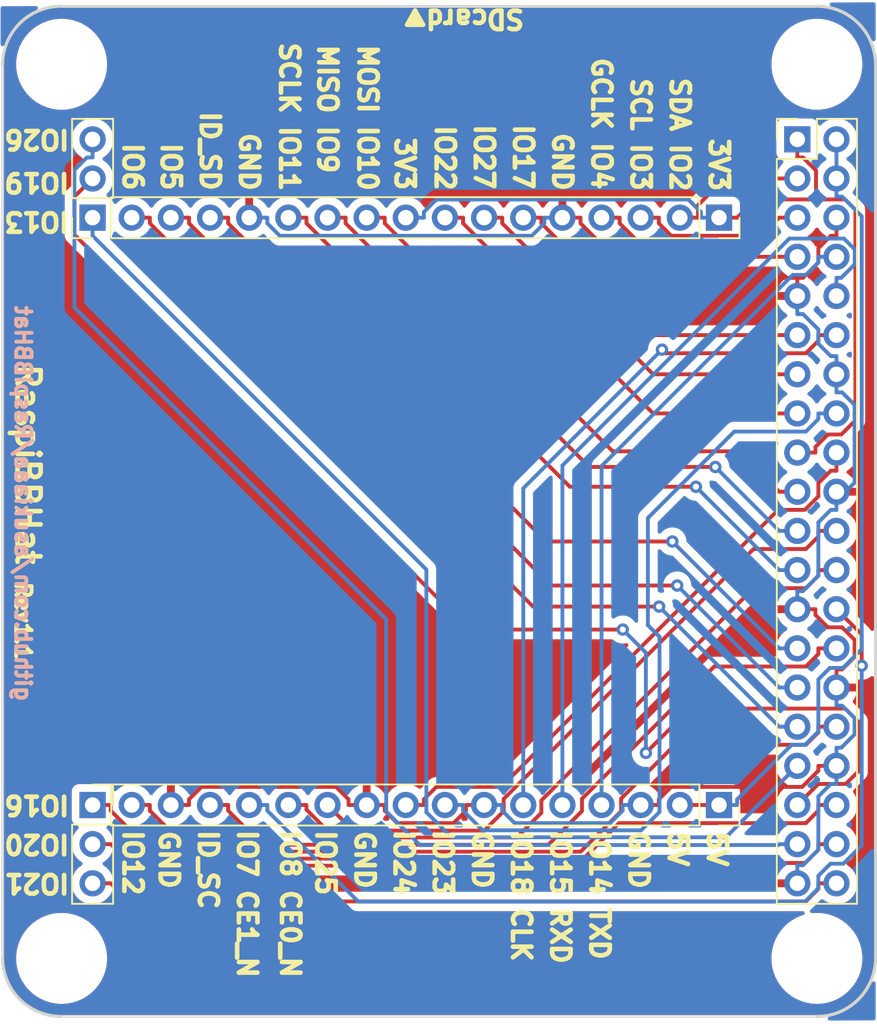
<source format=kicad_pcb>
(kicad_pcb (version 20221018) (generator pcbnew)
  (layers (0 "F.Cu" signal) (31 "B.Cu" signal) (34 "B.Paste" user) (35 "F.Paste" user) (36 "B.SilkS" user "B.Silkscreen") (37 "F.SilkS" user "F.Silkscreen") (38 "B.Mask" user) (39 "F.Mask" user) (44 "Edge.Cuts" user))
  (net 0 "")
  (net 1 "GPIO19")
  (net 2 "GPIO26")
  (net 3 "GND")
  (net 4 "+3V3")
  (net 5 "GPIO2(SDA1)")
  (net 6 "GPIO3(SCL1)")
  (net 7 "GPIO4(GCLK)")
  (net 8 "GPIO17(GEN0)")
  (net 9 "GPIO27(GEN2)")
  (net 10 "GPIO22(GEN3)")
  (net 11 "GPIO10(SPI_MOSI)")
  (net 12 "GPIO9(SPI_MISO)")
  (net 13 "GPIO11(SPI_SCLK)")
  (net 14 "ID_SD")
  (net 15 "GPIO5")
  (net 16 "GPIO6")
  (net 17 "GPIO13")
  (net 18 "GPIO21")
  (net 19 "GPIO20")
  (net 20 "GPIO16")
  (net 21 "GPIO12")
  (net 22 "ID_SC")
  (net 23 "GPIO7(SPI_CE1)")
  (net 24 "GPIO8(SPI_CE0)")
  (net 25 "GPIO25(GEN6)")
  (net 26 "GPIO24(GEN5)")
  (net 27 "GPIO23(GEN4)")
  (net 28 "GPIO18(GEN1)")
  (net 29 "GPIO15(RXD)")
  (net 30 "GPIO14(TXD)")
  (net 31 "+5C")
  (footprint "Connector_PinSocket_2.54mm:PinSocket_1x16_P2.54mm_Vertical" (layer "F.Cu") (at 118.745 81.28 -90)
    (fp_text reference "J2" hide)
    (fp_text value "Conn_01x16" hide)
    (fp_line (start -1.33 1.27) (end -1.33 39.43) (stroke (width 0.12)) (layer "F.SilkS"))
    (fp_line (start -1.33 1.27) (end 1.33 1.27) (stroke (width 0.12)) (layer "F.SilkS"))
    (fp_line (start -1.33 39.43) (end 1.33 39.43) (stroke (width 0.12)) (layer "F.SilkS"))
    (fp_line (start 0 -1.33) (end 1.33 -1.33) (stroke (width 0.12)) (layer "F.SilkS"))
    (fp_line (start 1.33 -1.33) (end 1.33 0) (stroke (width 0.12)) (layer "F.SilkS"))
    (fp_line (start 1.33 1.27) (end 1.33 39.43) (stroke (width 0.12)) (layer "F.SilkS"))
    (pad "1" thru_hole rect (at 0 0 270) (size 1.7 1.7) (drill 1) (layers "*.Cu" "*.Mask") (net 4 "+3V3"))
    (pad "2" thru_hole oval (at 0 2.54 270) (size 1.7 1.7) (drill 1) (layers "*.Cu" "*.Mask") (net 5 "GPIO2(SDA1)"))
    (pad "3" thru_hole oval (at 0 5.08 270) (size 1.7 1.7) (drill 1) (layers "*.Cu" "*.Mask") (net 6 "GPIO3(SCL1)"))
    (pad "4" thru_hole oval (at 0 7.62 270) (size 1.7 1.7) (drill 1) (layers "*.Cu" "*.Mask") (net 7 "GPIO4(GCLK)"))
    (pad "5" thru_hole oval (at 0 10.16 270) (size 1.7 1.7) (drill 1) (layers "*.Cu" "*.Mask") (net 3 "GND"))
    (pad "6" thru_hole oval (at 0 12.7 270) (size 1.7 1.7) (drill 1) (layers "*.Cu" "*.Mask") (net 8 "GPIO17(GEN0)"))
    (pad "7" thru_hole oval (at 0 15.24 270) (size 1.7 1.7) (drill 1) (layers "*.Cu" "*.Mask") (net 9 "GPIO27(GEN2)"))
    (pad "8" thru_hole oval (at 0 17.78 270) (size 1.7 1.7) (drill 1) (layers "*.Cu" "*.Mask") (net 10 "GPIO22(GEN3)"))
    (pad "9" thru_hole oval (at 0 20.32 270) (size 1.7 1.7) (drill 1) (layers "*.Cu" "*.Mask") (net 4 "+3V3"))
    (pad "10" thru_hole oval (at 0 22.86 270) (size 1.7 1.7) (drill 1) (layers "*.Cu" "*.Mask") (net 11 "GPIO10(SPI_MOSI)"))
    (pad "11" thru_hole oval (at 0 25.4 270) (size 1.7 1.7) (drill 1) (layers "*.Cu" "*.Mask") (net 12 "GPIO9(SPI_MISO)"))
    (pad "12" thru_hole oval (at 0 27.94 270) (size 1.7 1.7) (drill 1) (layers "*.Cu" "*.Mask") (net 13 "GPIO11(SPI_SCLK)"))
    (pad "13" thru_hole oval (at 0 30.48 270) (size 1.7 1.7) (drill 1) (layers "*.Cu" "*.Mask") (net 3 "GND"))
    (pad "14" thru_hole oval (at 0 33.02 270) (size 1.7 1.7) (drill 1) (layers "*.Cu" "*.Mask") (net 14 "ID_SD"))
    (pad "15" thru_hole oval (at 0 35.56 270) (size 1.7 1.7) (drill 1) (layers "*.Cu" "*.Mask") (net 15 "GPIO5"))
    (pad "16" thru_hole oval (at 0 38.1 270) (size 1.7 1.7) (drill 1) (layers "*.Cu" "*.Mask") (net 16 "GPIO6"))
  )
  (footprint "Connector_PinSocket_2.54mm:PinSocket_1x16_P2.54mm_Vertical" (layer "F.Cu") (at 118.745 119.38 -90)
    (fp_text reference "J4" hide)
    (fp_text value "Conn_01x16" hide)
    (fp_line (start -1.33 1.27) (end -1.33 39.43) (stroke (width 0.12)) (layer "F.SilkS"))
    (fp_line (start -1.33 1.27) (end 1.33 1.27) (stroke (width 0.12)) (layer "F.SilkS"))
    (fp_line (start -1.33 39.43) (end 1.33 39.43) (stroke (width 0.12)) (layer "F.SilkS"))
    (fp_line (start 0 -1.33) (end 1.33 -1.33) (stroke (width 0.12)) (layer "F.SilkS"))
    (fp_line (start 1.33 -1.33) (end 1.33 0) (stroke (width 0.12)) (layer "F.SilkS"))
    (fp_line (start 1.33 1.27) (end 1.33 39.43) (stroke (width 0.12)) (layer "F.SilkS"))
    (pad "1" thru_hole rect (at 0 0 270) (size 1.7 1.7) (drill 1) (layers "*.Cu" "*.Mask") (net 31 "+5C"))
    (pad "2" thru_hole oval (at 0 2.54 270) (size 1.7 1.7) (drill 1) (layers "*.Cu" "*.Mask") (net 31 "+5C"))
    (pad "3" thru_hole oval (at 0 5.08 270) (size 1.7 1.7) (drill 1) (layers "*.Cu" "*.Mask") (net 3 "GND"))
    (pad "4" thru_hole oval (at 0 7.62 270) (size 1.7 1.7) (drill 1) (layers "*.Cu" "*.Mask") (net 30 "GPIO14(TXD)"))
    (pad "5" thru_hole oval (at 0 10.16 270) (size 1.7 1.7) (drill 1) (layers "*.Cu" "*.Mask") (net 29 "GPIO15(RXD)"))
    (pad "6" thru_hole oval (at 0 12.7 270) (size 1.7 1.7) (drill 1) (layers "*.Cu" "*.Mask") (net 28 "GPIO18(GEN1)"))
    (pad "7" thru_hole oval (at 0 15.24 270) (size 1.7 1.7) (drill 1) (layers "*.Cu" "*.Mask") (net 3 "GND"))
    (pad "8" thru_hole oval (at 0 17.78 270) (size 1.7 1.7) (drill 1) (layers "*.Cu" "*.Mask") (net 27 "GPIO23(GEN4)"))
    (pad "9" thru_hole oval (at 0 20.32 270) (size 1.7 1.7) (drill 1) (layers "*.Cu" "*.Mask") (net 26 "GPIO24(GEN5)"))
    (pad "10" thru_hole oval (at 0 22.86 270) (size 1.7 1.7) (drill 1) (layers "*.Cu" "*.Mask") (net 3 "GND"))
    (pad "11" thru_hole oval (at 0 25.4 270) (size 1.7 1.7) (drill 1) (layers "*.Cu" "*.Mask") (net 25 "GPIO25(GEN6)"))
    (pad "12" thru_hole oval (at 0 27.94 270) (size 1.7 1.7) (drill 1) (layers "*.Cu" "*.Mask") (net 24 "GPIO8(SPI_CE0)"))
    (pad "13" thru_hole oval (at 0 30.48 270) (size 1.7 1.7) (drill 1) (layers "*.Cu" "*.Mask") (net 23 "GPIO7(SPI_CE1)"))
    (pad "14" thru_hole oval (at 0 33.02 270) (size 1.7 1.7) (drill 1) (layers "*.Cu" "*.Mask") (net 22 "ID_SC"))
    (pad "15" thru_hole oval (at 0 35.56 270) (size 1.7 1.7) (drill 1) (layers "*.Cu" "*.Mask") (net 3 "GND"))
    (pad "16" thru_hole oval (at 0 38.1 270) (size 1.7 1.7) (drill 1) (layers "*.Cu" "*.Mask") (net 21 "GPIO12"))
  )
  (footprint "Connector_PinSocket_2.54mm:PinSocket_1x03_P2.54mm_Vertical" (layer "F.Cu") (at 78.105 81.28 180)
    (fp_text reference "J1" hide)
    (fp_text value "Conn_01x03" hide)
    (fp_line (start -1.33 1.27) (end -1.33 6.41) (stroke (width 0.12)) (layer "F.SilkS"))
    (fp_line (start -1.33 1.27) (end 1.33 1.27) (stroke (width 0.12)) (layer "F.SilkS"))
    (fp_line (start -1.33 6.41) (end 1.33 6.41) (stroke (width 0.12)) (layer "F.SilkS"))
    (fp_line (start 0 -1.33) (end 1.33 -1.33) (stroke (width 0.12)) (layer "F.SilkS"))
    (fp_line (start 1.33 -1.33) (end 1.33 0) (stroke (width 0.12)) (layer "F.SilkS"))
    (fp_line (start 1.33 1.27) (end 1.33 6.41) (stroke (width 0.12)) (layer "F.SilkS"))
    (pad "1" thru_hole rect (at 0 0 180) (size 1.7 1.7) (drill 1) (layers "*.Cu" "*.Mask") (net 17 "GPIO13"))
    (pad "2" thru_hole oval (at 0 2.54 180) (size 1.7 1.7) (drill 1) (layers "*.Cu" "*.Mask") (net 1 "GPIO19"))
    (pad "3" thru_hole oval (at 0 5.08 180) (size 1.7 1.7) (drill 1) (layers "*.Cu" "*.Mask") (net 2 "GPIO26"))
  )
  (footprint "Connector_PinSocket_2.54mm:PinSocket_1x03_P2.54mm_Vertical" (layer "F.Cu") (at 78.105 119.38)
    (fp_text reference "J3" hide)
    (fp_text value "Conn_01x03" hide)
    (fp_line (start -1.33 1.27) (end -1.33 6.41) (stroke (width 0.12)) (layer "F.SilkS"))
    (fp_line (start -1.33 1.27) (end 1.33 1.27) (stroke (width 0.12)) (layer "F.SilkS"))
    (fp_line (start -1.33 6.41) (end 1.33 6.41) (stroke (width 0.12)) (layer "F.SilkS"))
    (fp_line (start 0 -1.33) (end 1.33 -1.33) (stroke (width 0.12)) (layer "F.SilkS"))
    (fp_line (start 1.33 -1.33) (end 1.33 0) (stroke (width 0.12)) (layer "F.SilkS"))
    (fp_line (start 1.33 1.27) (end 1.33 6.41) (stroke (width 0.12)) (layer "F.SilkS"))
    (pad "1" thru_hole rect (at 0 0) (size 1.7 1.7) (drill 1) (layers "*.Cu" "*.Mask") (net 20 "GPIO16"))
    (pad "2" thru_hole oval (at 0 2.54) (size 1.7 1.7) (drill 1) (layers "*.Cu" "*.Mask") (net 19 "GPIO20"))
    (pad "3" thru_hole oval (at 0 5.08) (size 1.7 1.7) (drill 1) (layers "*.Cu" "*.Mask") (net 18 "GPIO21"))
  )
  (footprint "Connector_PinHeader_2.54mm:PinHeader_2x20_P2.54mm_Vertical" (layer "F.Cu") (at 123.825 76.2)
    (fp_text reference "J5" hide)
    (fp_text value "Raspberry_Pi_2_3" hide)
    (fp_line (start -1.33 -1.33) (end 0 -1.33) (stroke (width 0.12)) (layer "F.SilkS"))
    (fp_line (start -1.33 0) (end -1.33 -1.33) (stroke (width 0.12)) (layer "F.SilkS"))
    (fp_line (start -1.33 1.27) (end -1.33 49.59) (stroke (width 0.12)) (layer "F.SilkS"))
    (fp_line (start -1.33 1.27) (end 1.27 1.27) (stroke (width 0.12)) (layer "F.SilkS"))
    (fp_line (start -1.33 49.59) (end 3.87 49.59) (stroke (width 0.12)) (layer "F.SilkS"))
    (fp_line (start 1.27 -1.33) (end 3.87 -1.33) (stroke (width 0.12)) (layer "F.SilkS"))
    (fp_line (start 1.27 1.27) (end 1.27 -1.33) (stroke (width 0.12)) (layer "F.SilkS"))
    (fp_line (start 3.87 -1.33) (end 3.87 49.59) (stroke (width 0.12)) (layer "F.SilkS"))
    (pad "1" thru_hole rect (at 0 0) (size 1.7 1.7) (drill 1) (layers "*.Cu" "*.Mask") (net 4 "+3V3"))
    (pad "2" thru_hole oval (at 2.54 0) (size 1.7 1.7) (drill 1) (layers "*.Cu" "*.Mask") (net 31 "+5C"))
    (pad "3" thru_hole oval (at 0 2.54) (size 1.7 1.7) (drill 1) (layers "*.Cu" "*.Mask") (net 5 "GPIO2(SDA1)"))
    (pad "4" thru_hole oval (at 2.54 2.54) (size 1.7 1.7) (drill 1) (layers "*.Cu" "*.Mask") (net 31 "+5C"))
    (pad "5" thru_hole oval (at 0 5.08) (size 1.7 1.7) (drill 1) (layers "*.Cu" "*.Mask") (net 6 "GPIO3(SCL1)"))
    (pad "6" thru_hole oval (at 2.54 5.08) (size 1.7 1.7) (drill 1) (layers "*.Cu" "*.Mask") (net 3 "GND"))
    (pad "7" thru_hole oval (at 0 7.62) (size 1.7 1.7) (drill 1) (layers "*.Cu" "*.Mask") (net 7 "GPIO4(GCLK)"))
    (pad "8" thru_hole oval (at 2.54 7.62) (size 1.7 1.7) (drill 1) (layers "*.Cu" "*.Mask") (net 30 "GPIO14(TXD)"))
    (pad "9" thru_hole oval (at 0 10.16) (size 1.7 1.7) (drill 1) (layers "*.Cu" "*.Mask") (net 3 "GND"))
    (pad "10" thru_hole oval (at 2.54 10.16) (size 1.7 1.7) (drill 1) (layers "*.Cu" "*.Mask") (net 29 "GPIO15(RXD)"))
    (pad "11" thru_hole oval (at 0 12.7) (size 1.7 1.7) (drill 1) (layers "*.Cu" "*.Mask") (net 8 "GPIO17(GEN0)"))
    (pad "12" thru_hole oval (at 2.54 12.7) (size 1.7 1.7) (drill 1) (layers "*.Cu" "*.Mask") (net 28 "GPIO18(GEN1)"))
    (pad "13" thru_hole oval (at 0 15.24) (size 1.7 1.7) (drill 1) (layers "*.Cu" "*.Mask") (net 9 "GPIO27(GEN2)"))
    (pad "14" thru_hole oval (at 2.54 15.24) (size 1.7 1.7) (drill 1) (layers "*.Cu" "*.Mask") (net 3 "GND"))
    (pad "15" thru_hole oval (at 0 17.78) (size 1.7 1.7) (drill 1) (layers "*.Cu" "*.Mask") (net 10 "GPIO22(GEN3)"))
    (pad "16" thru_hole oval (at 2.54 17.78) (size 1.7 1.7) (drill 1) (layers "*.Cu" "*.Mask") (net 27 "GPIO23(GEN4)"))
    (pad "17" thru_hole oval (at 0 20.32) (size 1.7 1.7) (drill 1) (layers "*.Cu" "*.Mask") (net 4 "+3V3"))
    (pad "18" thru_hole oval (at 2.54 20.32) (size 1.7 1.7) (drill 1) (layers "*.Cu" "*.Mask") (net 26 "GPIO24(GEN5)"))
    (pad "19" thru_hole oval (at 0 22.86) (size 1.7 1.7) (drill 1) (layers "*.Cu" "*.Mask") (net 11 "GPIO10(SPI_MOSI)"))
    (pad "20" thru_hole oval (at 2.54 22.86) (size 1.7 1.7) (drill 1) (layers "*.Cu" "*.Mask") (net 3 "GND"))
    (pad "21" thru_hole oval (at 0 25.4) (size 1.7 1.7) (drill 1) (layers "*.Cu" "*.Mask") (net 12 "GPIO9(SPI_MISO)"))
    (pad "22" thru_hole oval (at 2.54 25.4) (size 1.7 1.7) (drill 1) (layers "*.Cu" "*.Mask") (net 25 "GPIO25(GEN6)"))
    (pad "23" thru_hole oval (at 0 27.94) (size 1.7 1.7) (drill 1) (layers "*.Cu" "*.Mask") (net 13 "GPIO11(SPI_SCLK)"))
    (pad "24" thru_hole oval (at 2.54 27.94) (size 1.7 1.7) (drill 1) (layers "*.Cu" "*.Mask") (net 24 "GPIO8(SPI_CE0)"))
    (pad "25" thru_hole oval (at 0 30.48) (size 1.7 1.7) (drill 1) (layers "*.Cu" "*.Mask") (net 3 "GND"))
    (pad "26" thru_hole oval (at 2.54 30.48) (size 1.7 1.7) (drill 1) (layers "*.Cu" "*.Mask") (net 23 "GPIO7(SPI_CE1)"))
    (pad "27" thru_hole oval (at 0 33.02) (size 1.7 1.7) (drill 1) (layers "*.Cu" "*.Mask") (net 14 "ID_SD"))
    (pad "28" thru_hole oval (at 2.54 33.02) (size 1.7 1.7) (drill 1) (layers "*.Cu" "*.Mask") (net 22 "ID_SC"))
    (pad "29" thru_hole oval (at 0 35.56) (size 1.7 1.7) (drill 1) (layers "*.Cu" "*.Mask") (net 15 "GPIO5"))
    (pad "30" thru_hole oval (at 2.54 35.56) (size 1.7 1.7) (drill 1) (layers "*.Cu" "*.Mask") (net 3 "GND"))
    (pad "31" thru_hole oval (at 0 38.1) (size 1.7 1.7) (drill 1) (layers "*.Cu" "*.Mask") (net 16 "GPIO6"))
    (pad "32" thru_hole oval (at 2.54 38.1) (size 1.7 1.7) (drill 1) (layers "*.Cu" "*.Mask") (net 21 "GPIO12"))
    (pad "33" thru_hole oval (at 0 40.64) (size 1.7 1.7) (drill 1) (layers "*.Cu" "*.Mask") (net 17 "GPIO13"))
    (pad "34" thru_hole oval (at 2.54 40.64) (size 1.7 1.7) (drill 1) (layers "*.Cu" "*.Mask") (net 3 "GND"))
    (pad "35" thru_hole oval (at 0 43.18) (size 1.7 1.7) (drill 1) (layers "*.Cu" "*.Mask") (net 1 "GPIO19"))
    (pad "36" thru_hole oval (at 2.54 43.18) (size 1.7 1.7) (drill 1) (layers "*.Cu" "*.Mask") (net 20 "GPIO16"))
    (pad "37" thru_hole oval (at 0 45.72) (size 1.7 1.7) (drill 1) (layers "*.Cu" "*.Mask") (net 2 "GPIO26"))
    (pad "38" thru_hole oval (at 2.54 45.72) (size 1.7 1.7) (drill 1) (layers "*.Cu" "*.Mask") (net 19 "GPIO20"))
    (pad "39" thru_hole oval (at 0 48.26) (size 1.7 1.7) (drill 1) (layers "*.Cu" "*.Mask") (net 3 "GND"))
    (pad "40" thru_hole oval (at 2.54 48.26) (size 1.7 1.7) (drill 1) (layers "*.Cu" "*.Mask") (net 18 "GPIO21"))
  )
  (footprint "Footprints:LargeClearanceMountingHole_2.7mm" (layer "F.Cu") (at 125.095 71.33)
    (fp_text reference "REF2" hide)
    (fp_text value "MountingHole_2.7mm" hide)
    (pad "" np_thru_hole circle (at 0 0) (size 2.7 2.7) (drill 2.7) (layers "*.Cu" "*.Mask") (clearance 1.6))
  )
  (footprint "Footprints:LargeClearanceMountingHole_2.7mm" (layer "F.Cu") (at 76.095 71.33)
    (fp_text reference "REF1" hide)
    (fp_text value "MountingHole_2.7mm" hide)
    (pad "" np_thru_hole circle (at 0 0) (size 2.7 2.7) (drill 2.7) (layers "*.Cu" "*.Mask") (clearance 1.6))
  )
  (footprint "Footprints:LargeClearanceMountingHole_2.7mm" (layer "F.Cu") (at 76.095 129.33)
    (fp_text reference "REF4" hide)
    (fp_text value "MountingHole_2.7mm" hide)
    (pad "" np_thru_hole circle (at 0 0) (size 2.7 2.7) (drill 2.7) (layers "*.Cu" "*.Mask") (clearance 1.6))
  )
  (footprint "Footprints:LargeClearanceMountingHole_2.7mm" (layer "F.Cu") (at 125.095 129.33)
    (fp_text reference "REF3" hide)
    (fp_text value "MountingHole_2.7mm" hide)
    (pad "" np_thru_hole circle (at 0 0) (size 2.7 2.7) (drill 2.7) (layers "*.Cu" "*.Mask") (clearance 1.6))
  )
  (gr_line (start 76.073 133.096) (end 125.1585 133.096) (stroke (width 0.15)) (layer "Edge.Cuts"))
  (gr_arc (start 125.095 67.564) (mid 127.789077 68.679923) (end 128.905 71.374) (stroke (width 0.2)) (layer "Edge.Cuts"))
  (gr_arc (start 76.073 133.096) (mid 73.378923 131.980077) (end 72.263 129.286) (stroke (width 0.2)) (layer "Edge.Cuts"))
  (gr_line (start 128.905 71.374) (end 128.905 129.413) (stroke (width 0.2)) (layer "Edge.Cuts"))
  (gr_line (start 125.095 67.564) (end 76.1365 67.564) (stroke (width 0.15)) (layer "Edge.Cuts"))
  (gr_arc (start 72.263 71.374) (mid 73.378923 68.679923) (end 76.073 67.564) (stroke (width 0.2)) (layer "Edge.Cuts"))
  (gr_arc (start 128.905 129.286) (mid 127.789077 131.980077) (end 125.095 133.096) (stroke (width 0.2)) (layer "Edge.Cuts"))
  (gr_line (start 72.263 71.374) (end 72.263 129.3495) (stroke (width 0.15)) (layer "Edge.Cuts"))
  (gr_text "github.com/asukiaaa/RaspiBBHat\n" (at 73.5965 99.822 270) (layer "B.SilkS") (effects (font (size 1 1) (thickness 0.25)) (justify mirror)))
  (gr_text "SDA IO2" (at 116.205 75.8825 270) (layer "F.SilkS") (effects (font (size 1.2 1.2) (thickness 0.3))))
  (gr_text "IO19" (at 74.4855 78.994 180) (layer "F.SilkS") (effects (font (size 1.2 1.2) (thickness 0.3))))
  (gr_text "IO13" (at 74.4855 81.534 180) (layer "F.SilkS") (effects (font (size 1.2 1.2) (thickness 0.3))))
  (gr_text "IO27" (at 103.505 77.343 270) (layer "F.SilkS") (effects (font (size 1.2 1.2) (thickness 0.3))))
  (gr_text "IO17" (at 106.045 77.343 270) (layer "F.SilkS") (effects (font (size 1.2 1.2) (thickness 0.3))))
  (gr_text "GND" (at 108.585 77.6605 270) (layer "F.SilkS") (effects (font (size 1.2 1.2) (thickness 0.3))))
  (gr_text "IO22" (at 100.965 77.4065 270) (layer "F.SilkS") (effects (font (size 1.2 1.2) (thickness 0.3))))
  (gr_text "GND" (at 88.265 77.6605 270) (layer "F.SilkS") (effects (font (size 1.2 1.2) (thickness 0.3))))
  (gr_text "IO5" (at 83.185 77.978 270) (layer "F.SilkS") (effects (font (size 1.2 1.2) (thickness 0.3))))
  (gr_text "IO6" (at 80.7085 77.978 270) (layer "F.SilkS") (effects (font (size 1.2 1.2) (thickness 0.3))))
  (gr_text "MISO IO9" (at 93.345 74.2315 270) (layer "F.SilkS") (effects (font (size 1.2 1.2) (thickness 0.3))))
  (gr_text "MOSI IO10" (at 95.9485 74.803 270) (layer "F.SilkS") (effects (font (size 1.2 1.2) (thickness 0.3))))
  (gr_text "3V3" (at 98.3615 77.7875 270) (layer "F.SilkS") (effects (font (size 1.2 1.2) (thickness 0.3))))
  (gr_text "ID_SD" (at 85.725 76.962 270) (layer "F.SilkS") (effects (font (size 1.2 1.2) (thickness 0.3))))
  (gr_text "SCLK IO11" (at 90.8685 74.7395 270) (layer "F.SilkS") (effects (font (size 1.2 1.2) (thickness 0.3))))
  (gr_text "IO21" (at 74.4855 124.46 180) (layer "F.SilkS") (effects (font (size 1.2 1.2) (thickness 0.3))))
  (gr_text "IO20" (at 74.4855 121.92 180) (layer "F.SilkS") (effects (font (size 1.2 1.2) (thickness 0.3))))
  (gr_text "IO26" (at 74.4855 76.2 180) (layer "F.SilkS") (effects (font (size 1.2 1.2) (thickness 0.3))))
  (gr_text "IO16" (at 74.4855 119.38 180) (layer "F.SilkS") (effects (font (size 1.2 1.2) (thickness 0.3))))
  (gr_text "IO25" (at 93.218 123.1265 270) (layer "F.SilkS") (effects (font (size 1.2 1.2) (thickness 0.3))))
  (gr_text "ID_SC" (at 85.598 123.571 270) (layer "F.SilkS") (effects (font (size 1.2 1.2) (thickness 0.3))))
  (gr_text "IO8 CE0_N" (at 90.932 125.7935 270) (layer "F.SilkS") (effects (font (size 1.2 1.2) (thickness 0.3))))
  (gr_text "GND" (at 113.538 122.936 270) (layer "F.SilkS") (effects (font (size 1.2 1.2) (thickness 0.3))))
  (gr_text "GND" (at 103.378 122.936 270) (layer "F.SilkS") (effects (font (size 1.2 1.2) (thickness 0.3))))
  (gr_text "IO7 CE1_N" (at 88.138 125.7935 270) (layer "F.SilkS") (effects (font (size 1.2 1.2) (thickness 0.3))))
  (gr_text "IO23" (at 100.838 123.1265 270) (layer "F.SilkS") (effects (font (size 1.2 1.2) (thickness 0.3))))
  (gr_text "IO14 TXD" (at 110.998 125.222 270) (layer "F.SilkS") (effects (font (size 1.2 1.2) (thickness 0.3))))
  (gr_text "GND" (at 83.058 122.936 270) (layer "F.SilkS") (effects (font (size 1.2 1.2) (thickness 0.3))))
  (gr_text "5V" (at 116.078 122.2375 270) (layer "F.SilkS") (effects (font (size 1.2 1.2) (thickness 0.3))))
  (gr_text "5V" (at 118.618 122.2375 270) (layer "F.SilkS") (effects (font (size 1.2 1.2) (thickness 0.3))))
  (gr_text "IO24" (at 98.298 123.1265 270) (layer "F.SilkS") (effects (font (size 1.2 1.2) (thickness 0.3))))
  (gr_text "GND" (at 95.758 122.936 270) (layer "F.SilkS") (effects (font (size 1.2 1.2) (thickness 0.3))))
  (gr_text "IO12" (at 80.7085 123.1265 270) (layer "F.SilkS") (effects (font (size 1.2 1.2) (thickness 0.3))))
  (gr_text "IO18 CLK" (at 105.918 125.2855 270) (layer "F.SilkS") (effects (font (size 1.2 1.2) (thickness 0.3))))
  (gr_text "IO15 RXD" (at 108.458 125.349 270) (layer "F.SilkS") (effects (font (size 1.2 1.2) (thickness 0.3))))
  (gr_text "SDcard▼" (at 102.1715 68.3895 180) (layer "F.SilkS") (effects (font (size 1.2 1.2) (thickness 0.3))))
  (gr_text "SCL IO3" (at 113.665 75.8825 270) (layer "F.SilkS") (effects (font (size 1.2 1.2) (thickness 0.3))))
  (gr_text "GCLK IO4" (at 111.125 75.184 270) (layer "F.SilkS") (effects (font (size 1.2 1.2) (thickness 0.3))))
  (gr_text "RaspiBBHat" (at 73.914 97.282 270) (layer "F.SilkS") (effects (font (size 1.5 1.5) (thickness 0.3))))
  (gr_text "3V3" (at 118.745 77.851 270) (layer "F.SilkS") (effects (font (size 1.2 1.2) (thickness 0.3))))
  (gr_text "Rev1.1" (at 73.5965 107.442 270) (layer "F.SilkS") (effects (font (size 1 1) (thickness 0.25))))
  (segment (start 127.762 117.221) (end 127.762 113.957998) (width 0.25) (layer "F.Cu") (net 1))
  (segment (start 127.762 113.957998) (end 126.929001 113.124999) (width 0.25) (layer "F.Cu") (net 1))
  (segment (start 112.5 108) (end 102.539998 108) (width 0.25) (layer "F.Cu") (net 1))
  (segment (start 76.929999 82.390001) (end 76.929999 79.915001) (width 0.25) (layer "F.Cu") (net 1))
  (segment (start 76.929999 79.915001) (end 77.255001 79.589999) (width 0.25) (layer "F.Cu") (net 1))
  (segment (start 125.189999 118.015001) (end 126.967999 118.015001) (width 0.25) (layer "F.Cu") (net 1))
  (segment (start 123.825 119.38) (end 125.189999 118.015001) (width 0.25) (layer "F.Cu") (net 1))
  (segment (start 102.539998 108) (end 76.929999 82.390001) (width 0.25) (layer "F.Cu") (net 1))
  (segment (start 126.929001 113.124999) (end 116.875001 113.124999) (width 0.25) (layer "F.Cu") (net 1))
  (segment (start 116.875001 113.124999) (end 114 116) (width 0.25) (layer "F.Cu") (net 1))
  (segment (start 126.967999 118.015001) (end 127.762 117.221) (width 0.25) (layer "F.Cu") (net 1))
  (segment (start 77.255001 79.589999) (end 78.105 78.74) (width 0.25) (layer "F.Cu") (net 1))
  (via (at 114 116) (size 0.8) (drill 0.4) (layers "F.Cu" "B.Cu") (net 1))
  (via (at 112.5 108) (size 0.8) (drill 0.4) (layers "F.Cu" "B.Cu") (net 1))
  (segment (start 114 109.5) (end 112.5 108) (width 0.25) (layer "B.Cu") (net 1))
  (segment (start 114 116) (end 114 109.5) (width 0.25) (layer "B.Cu") (net 1))
  (segment (start 97.155 107.3398) (end 97.155 119.7969) (width 0.25) (layer "B.Cu") (net 2))
  (segment (start 123.825 121.92) (end 122.6497 121.92) (width 0.25) (layer "B.Cu") (net 2))
  (segment (start 99.3348 121.9767) (end 122.593 121.9767) (width 0.25) (layer "B.Cu") (net 2))
  (segment (start 77.7376 77.3753) (end 76.9267 78.1862) (width 0.25) (layer "B.Cu") (net 2))
  (segment (start 97.155 119.7969) (end 99.3348 121.9767) (width 0.25) (layer "B.Cu") (net 2))
  (segment (start 76.9267 87.1115) (end 97.155 107.3398) (width 0.25) (layer "B.Cu") (net 2))
  (segment (start 78.105 77.3753) (end 77.7376 77.3753) (width 0.25) (layer "B.Cu") (net 2))
  (segment (start 78.105 76.2) (end 78.105 77.3753) (width 0.25) (layer "B.Cu") (net 2))
  (segment (start 122.593 121.9767) (end 122.6497 121.92) (width 0.25) (layer "B.Cu") (net 2))
  (segment (start 76.9267 78.1862) (end 76.9267 87.1115) (width 0.25) (layer "B.Cu") (net 2))
  (segment (start 124.1385 118.2047) (end 125.1897 117.1535) (width 0.25) (layer "F.Cu") (net 3))
  (segment (start 102.3297 119.7473) (end 101.5217 120.5553) (width 0.25) (layer "F.Cu") (net 3))
  (segment (start 126.365 110.5847) (end 126.7324 110.5847) (width 0.25) (layer "F.Cu") (net 3))
  (segment (start 102.3297 119.38) (end 102.3297 119.7473) (width 0.25) (layer "F.Cu") (net 3))
  (segment (start 126.728 107.8553) (end 125.8082 107.8553) (width 0.25) (layer "F.Cu") (net 3))
  (segment (start 95.885 119.38) (end 97.0603 119.38) (width 0.25) (layer "F.Cu") (net 3))
  (segment (start 83.185 119.38) (end 84.3603 119.38) (width 0.25) (layer "F.Cu") (net 3))
  (segment (start 125.1897 117.1535) (end 125.1897 116.84) (width 0.25) (layer "F.Cu") (net 3))
  (segment (start 125.9976 82.4553) (end 126.365 82.4553) (width 0.25) (layer "F.Cu") (net 3))
  (segment (start 113.665 119.38) (end 114.8403 119.38) (width 0.25) (layer "F.Cu") (net 3))
  (segment (start 115.6482 118.2047) (end 124.1385 118.2047) (width 0.25) (layer "F.Cu") (net 3))
  (segment (start 85.1683 118.2047) (end 93.9018 118.2047) (width 0.25) (layer "F.Cu") (net 3))
  (segment (start 123.825 106.68) (end 125.0003 106.68) (width 0.25) (layer "F.Cu") (net 3))
  (segment (start 124.1924 85.1847) (end 125.1897 84.1874) (width 0.25) (layer "F.Cu") (net 3))
  (segment (start 97.8682 120.5553) (end 97.0603 119.7474) (width 0.25) (layer "F.Cu") (net 3))
  (segment (start 125.8082 107.8553) (end 125.0003 107.0474) (width 0.25) (layer "F.Cu") (net 3))
  (segment (start 103.505 119.38) (end 102.3297 119.38) (width 0.25) (layer "F.Cu") (net 3))
  (segment (start 94.7097 119.0126) (end 94.7097 119.38) (width 0.25) (layer "F.Cu") (net 3))
  (segment (start 125.1897 83.2632) (end 125.9976 82.4553) (width 0.25) (layer "F.Cu") (net 3))
  (segment (start 127.5403 109.7768) (end 127.5403 108.6676) (width 0.25) (layer "F.Cu") (net 3))
  (segment (start 126.365 111.76) (end 126.365 110.5847) (width 0.25) (layer "F.Cu") (net 3))
  (segment (start 125.0003 107.0474) (end 125.0003 106.68) (width 0.25) (layer "F.Cu") (net 3))
  (segment (start 97.0603 119.7474) (end 97.0603 119.38) (width 0.25) (layer "F.Cu") (net 3))
  (segment (start 127.5403 108.6676) (end 126.728 107.8553) (width 0.25) (layer "F.Cu") (net 3))
  (segment (start 93.9018 118.2047) (end 94.7097 119.0126) (width 0.25) (layer "F.Cu") (net 3))
  (segment (start 84.3603 119.0127) (end 85.1683 118.2047) (width 0.25) (layer "F.Cu") (net 3))
  (segment (start 101.5217 120.5553) (end 97.8682 120.5553) (width 0.25) (layer "F.Cu") (net 3))
  (segment (start 126.7324 110.5847) (end 127.5403 109.7768) (width 0.25) (layer "F.Cu") (net 3))
  (segment (start 84.3603 119.38) (end 84.3603 119.0127) (width 0.25) (layer "F.Cu") (net 3))
  (segment (start 109.7603 81.6473) (end 113.2977 85.1847) (width 0.25) (layer "F.Cu") (net 3))
  (segment (start 114.8403 119.0126) (end 115.6482 118.2047) (width 0.25) (layer "F.Cu") (net 3))
  (segment (start 123.825 86.36) (end 123.825 85.1847) (width 0.25) (layer "F.Cu") (net 3))
  (segment (start 125.1897 84.1874) (end 125.1897 83.2632) (width 0.25) (layer "F.Cu") (net 3))
  (segment (start 95.885 119.38) (end 94.7097 119.38) (width 0.25) (layer "F.Cu") (net 3))
  (segment (start 126.365 81.28) (end 126.365 82.4553) (width 0.25) (layer "F.Cu") (net 3))
  (segment (start 123.825 85.1847) (end 124.1924 85.1847) (width 0.25) (layer "F.Cu") (net 3))
  (segment (start 109.7603 81.28) (end 109.7603 81.6473) (width 0.25) (layer "F.Cu") (net 3))
  (segment (start 108.585 81.28) (end 109.7603 81.28) (width 0.25) (layer "F.Cu") (net 3))
  (segment (start 114.8403 119.38) (end 114.8403 119.0126) (width 0.25) (layer "F.Cu") (net 3))
  (segment (start 113.2977 85.1847) (end 123.825 85.1847) (width 0.25) (layer "F.Cu") (net 3))
  (segment (start 126.365 116.84) (end 125.1897 116.84) (width 0.25) (layer "F.Cu") (net 3))
  (segment (start 108.585 81.28) (end 107.4097 81.28) (width 0.25) (layer "B.Cu") (net 3))
  (segment (start 127.5403 114.7992) (end 127.5403 113.7432) (width 0.25) (layer "B.Cu") (net 3))
  (segment (start 124.1924 87.5353) (end 125.1897 88.5326) (width 0.25) (layer "B.Cu") (net 3))
  (segment (start 125.9976 118.0153) (end 126.365 118.0153) (width 0.25) (layer "B.Cu") (net 3))
  (segment (start 126.365 115.6647) (end 126.6748 115.6647) (width 0.25) (layer "B.Cu") (net 3))
  (segment (start 125.1897 101.0432) (end 125.9976 100.2353) (width 0.25) (layer "B.Cu") (net 3))
  (segment (start 112.4897 119.7473) (end 111.6817 120.5553) (width 0.25) (layer "B.Cu") (net 3))
  (segment (start 126.365 99.6476) (end 127.5403 98.4723) (width 0.25) (layer "B.Cu") (net 3))
  (segment (start 126.365 116.84) (end 126.365 115.6647) (width 0.25) (layer "B.Cu") (net 3))
  (segment (start 125.1897 88.5326) (end 125.1897 89.4568) (width 0.25) (layer "B.Cu") (net 3))
  (segment (start 126.7324 112.9353) (end 126.365 112.9353) (width 0.25) (layer "B.Cu") (net 3))
  (segment (start 126.365 99.6476) (end 126.365 100.2353) (width 0.25) (layer "B.Cu") (net 3))
  (segment (start 107.4097 81.28) (end 107.4097 81.6473) (width 0.25) (layer "B.Cu") (net 3))
  (segment (start 123.825 123.2847) (end 124.1924 123.2847) (width 0.25) (layer "B.Cu") (net 3))
  (segment (start 125.1897 122.2874) (end 125.1897 118.8232) (width 0.25) (layer "B.Cu") (net 3))
  (segment (start 126.6748 115.6647) (end 127.5403 114.7992) (width 0.25) (layer "B.Cu") (net 3))
  (segment (start 103.505 119.38) (end 104.6803 119.38) (width 0.25) (layer "B.Cu") (net 3))
  (segment (start 123.825 106.68) (end 123.825 105.5047) (width 0.25) (layer "B.Cu") (net 3))
  (segment (start 126.365 91.44) (end 126.365 90.2647) (width 0.25) (layer "B.Cu") (net 3))
  (segment (start 125.1897 89.4568) (end 125.9976 90.2647) (width 0.25) (layer "B.Cu") (net 3))
  (segment (start 88.265 81.28) (end 89.4403 81.28) (width 0.25) (layer "B.Cu") (net 3))
  (segment (start 125.9976 90.2647) (end 126.365 90.2647) (width 0.25) (layer "B.Cu") (net 3))
  (segment (start 106.6017 82.4553) (end 90.2482 82.4553) (width 0.25) (layer "B.Cu") (net 3))
  (segment (start 127.5403 98.4723) (end 127.5403 93.4232) (width 0.25) (layer "B.Cu") (net 3))
  (segment (start 104.6803 119.7474) (end 104.6803 119.38) (width 0.25) (layer "B.Cu") (net 3))
  (segment (start 126.365 99.06) (end 126.365 99.6476) (width 0.25) (layer "B.Cu") (net 3))
  (segment (start 126.365 91.44) (end 126.365 92.6153) (width 0.25) (layer "B.Cu") (net 3))
  (segment (start 125.1897 118.8232) (end 125.9976 118.0153) (width 0.25) (layer "B.Cu") (net 3))
  (segment (start 123.825 86.36) (end 123.825 87.5353) (width 0.25) (layer "B.Cu") (net 3))
  (segment (start 123.825 124.46) (end 123.825 123.2847) (width 0.25) (layer "B.Cu") (net 3))
  (segment (start 89.4403 81.6474) (end 89.4403 81.28) (width 0.25) (layer "B.Cu") (net 3))
  (segment (start 123.825 87.5353) (end 124.1924 87.5353) (width 0.25) (layer "B.Cu") (net 3))
  (segment (start 124.1924 105.5047) (end 125.1897 104.5074) (width 0.25) (layer "B.Cu") (net 3))
  (segment (start 126.365 117.1338) (end 126.365 116.84) (width 0.25) (layer "B.Cu") (net 3))
  (segment (start 126.365 117.1338) (end 126.365 118.0153) (width 0.25) (layer "B.Cu") (net 3))
  (segment (start 112.4897 119.38) (end 112.4897 119.7473) (width 0.25) (layer "B.Cu") (net 3))
  (segment (start 125.9976 100.2353) (end 126.365 100.2353) (width 0.25) (layer "B.Cu") (net 3))
  (segment (start 107.4097 81.6473) (end 106.6017 82.4553) (width 0.25) (layer "B.Cu") (net 3))
  (segment (start 113.665 119.38) (end 112.4897 119.38) (width 0.25) (layer "B.Cu") (net 3))
  (segment (start 126.7324 92.6153) (end 126.365 92.6153) (width 0.25) (layer "B.Cu") (net 3))
  (segment (start 125.1897 104.5074) (end 125.1897 101.0432) (width 0.25) (layer "B.Cu") (net 3))
  (segment (start 111.6817 120.5553) (end 105.4882 120.5553) (width 0.25) (layer "B.Cu") (net 3))
  (segment (start 105.4882 120.5553) (end 104.6803 119.7474) (width 0.25) (layer "B.Cu") (net 3))
  (segment (start 127.5403 93.4232) (end 126.7324 92.6153) (width 0.25) (layer "B.Cu") (net 3))
  (segment (start 123.825 105.5047) (end 124.1924 105.5047) (width 0.25) (layer "B.Cu") (net 3))
  (segment (start 124.1924 123.2847) (end 125.1897 122.2874) (width 0.25) (layer "B.Cu") (net 3))
  (segment (start 127.5403 113.7432) (end 126.7324 112.9353) (width 0.25) (layer "B.Cu") (net 3))
  (segment (start 90.2482 82.4553) (end 89.4403 81.6474) (width 0.25) (layer "B.Cu") (net 3))
  (segment (start 126.365 111.76) (end 126.365 112.9353) (width 0.25) (layer "B.Cu") (net 3))
  (segment (start 124.1923 77.3753) (end 123.825 77.3753) (width 0.25) (layer "F.Cu") (net 4))
  (segment (start 126.9231 80.0982) (end 127.5926 80.7677) (width 0.25) (layer "F.Cu") (net 4))
  (segment (start 125.0386 78.2216) (end 124.1923 77.3753) (width 0.25) (layer "F.Cu") (net 4))
  (segment (start 121.1021 80.0982) (end 125.0386 80.0982) (width 0.25) (layer "F.Cu") (net 4))
  (segment (start 126.6804 95.3447) (end 125.8082 95.3447) (width 0.25) (layer "F.Cu") (net 4))
  (segment (start 125.0386 80.0982) (end 125.0386 78.2216) (width 0.25) (layer "F.Cu") (net 4))
  (segment (start 127.5926 80.7677) (end 127.5926 94.4325) (width 0.25) (layer "F.Cu") (net 4))
  (segment (start 127.5926 94.4325) (end 126.6804 95.3447) (width 0.25) (layer "F.Cu") (net 4))
  (segment (start 118.745 81.28) (end 119.9203 81.28) (width 0.25) (layer "F.Cu") (net 4))
  (segment (start 123.825 96.52) (end 125.0003 96.52) (width 0.25) (layer "F.Cu") (net 4))
  (segment (start 125.0003 96.1526) (end 125.0003 96.52) (width 0.25) (layer "F.Cu") (net 4))
  (segment (start 123.825 76.2) (end 123.825 77.3753) (width 0.25) (layer "F.Cu") (net 4))
  (segment (start 119.9203 81.28) (end 121.1021 80.0982) (width 0.25) (layer "F.Cu") (net 4))
  (segment (start 125.0386 80.0982) (end 126.9231 80.0982) (width 0.25) (layer "F.Cu") (net 4))
  (segment (start 125.8082 95.3447) (end 125.0003 96.1526) (width 0.25) (layer "F.Cu") (net 4))
  (segment (start 116.7618 80.1047) (end 117.5697 80.9126) (width 0.25) (layer "B.Cu") (net 4))
  (segment (start 118.745 81.28) (end 117.5697 81.28) (width 0.25) (layer "B.Cu") (net 4))
  (segment (start 99.6003 81.28) (end 99.6003 80.9127) (width 0.25) (layer "B.Cu") (net 4))
  (segment (start 117.5697 80.9126) (end 117.5697 81.28) (width 0.25) (layer "B.Cu") (net 4))
  (segment (start 98.425 81.28) (end 99.6003 81.28) (width 0.25) (layer "B.Cu") (net 4))
  (segment (start 99.6003 80.9127) (end 100.4083 80.1047) (width 0.25) (layer "B.Cu") (net 4))
  (segment (start 100.4083 80.1047) (end 116.7618 80.1047) (width 0.25) (layer "B.Cu") (net 4))
  (segment (start 117.3803 81.28) (end 117.3803 80.472) (width 0.25) (layer "F.Cu") (net 5))
  (segment (start 119.1123 78.74) (end 123.825 78.74) (width 0.25) (layer "F.Cu") (net 5))
  (segment (start 116.205 81.28) (end 117.3803 81.28) (width 0.25) (layer "F.Cu") (net 5))
  (segment (start 117.3803 80.472) (end 119.1123 78.74) (width 0.25) (layer "F.Cu") (net 5))
  (segment (start 114.8403 81.28) (end 114.8403 81.6473) (width 0.25) (layer "F.Cu") (net 6))
  (segment (start 113.665 81.28) (end 114.8403 81.28) (width 0.25) (layer "F.Cu") (net 6))
  (segment (start 115.6483 82.4553) (end 121.4744 82.4553) (width 0.25) (layer "F.Cu") (net 6))
  (segment (start 114.8403 81.6473) (end 115.6483 82.4553) (width 0.25) (layer "F.Cu") (net 6))
  (segment (start 123.825 81.28) (end 122.6497 81.28) (width 0.25) (layer "F.Cu") (net 6))
  (segment (start 121.4744 82.4553) (end 122.6497 81.28) (width 0.25) (layer "F.Cu") (net 6))
  (segment (start 112.3003 81.6473) (end 112.3003 81.28) (width 0.25) (layer "F.Cu") (net 7))
  (segment (start 123.825 83.82) (end 114.473 83.82) (width 0.25) (layer "F.Cu") (net 7))
  (segment (start 114.473 83.82) (end 112.3003 81.6473) (width 0.25) (layer "F.Cu") (net 7))
  (segment (start 111.125 81.28) (end 112.3003 81.28) (width 0.25) (layer "F.Cu") (net 7))
  (segment (start 114.473 88.9) (end 123.825 88.9) (width 0.25) (layer "F.Cu") (net 8))
  (segment (start 106.045 81.28) (end 107.2203 81.28) (width 0.25) (layer "F.Cu") (net 8))
  (segment (start 107.2203 81.6473) (end 114.473 88.9) (width 0.25) (layer "F.Cu") (net 8))
  (segment (start 107.2203 81.28) (end 107.2203 81.6473) (width 0.25) (layer "F.Cu") (net 8))
  (segment (start 103.505 81.28) (end 104.6803 81.28) (width 0.25) (layer "F.Cu") (net 9))
  (segment (start 104.6803 81.28) (end 104.6803 81.6473) (width 0.25) (layer "F.Cu") (net 9))
  (segment (start 114.473 91.44) (end 123.825 91.44) (width 0.25) (layer "F.Cu") (net 9))
  (segment (start 104.6803 81.6473) (end 114.473 91.44) (width 0.25) (layer "F.Cu") (net 9))
  (segment (start 100.965 81.28) (end 102.1403 81.28) (width 0.25) (layer "F.Cu") (net 10))
  (segment (start 102.1403 81.6473) (end 114.473 93.98) (width 0.25) (layer "F.Cu") (net 10))
  (segment (start 114.473 93.98) (end 123.825 93.98) (width 0.25) (layer "F.Cu") (net 10))
  (segment (start 102.1403 81.28) (end 102.1403 81.6473) (width 0.25) (layer "F.Cu") (net 10))
  (segment (start 123.825 99.06) (end 122.6497 99.06) (width 0.25) (layer "F.Cu") (net 11))
  (segment (start 111.8507 96.4377) (end 120.0274 96.4377) (width 0.25) (layer "F.Cu") (net 11))
  (segment (start 120.0274 96.4377) (end 122.6497 99.06) (width 0.25) (layer "F.Cu") (net 11))
  (segment (start 97.0603 81.6473) (end 111.8507 96.4377) (width 0.25) (layer "F.Cu") (net 11))
  (segment (start 95.885 81.28) (end 97.0603 81.28) (width 0.25) (layer "F.Cu") (net 11))
  (segment (start 97.0603 81.28) (end 97.0603 81.6473) (width 0.25) (layer "F.Cu") (net 11))
  (segment (start 94.5203 81.6473) (end 110.3245 97.4515) (width 0.25) (layer "F.Cu") (net 12))
  (segment (start 94.5203 81.28) (end 94.5203 81.6473) (width 0.25) (layer "F.Cu") (net 12))
  (segment (start 93.345 81.28) (end 94.5203 81.28) (width 0.25) (layer "F.Cu") (net 12))
  (segment (start 110.3245 97.4515) (end 118.5051 97.4515) (width 0.25) (layer "F.Cu") (net 12))
  (via (at 118.5051 97.4515) (size 0.8) (drill 0.4) (layers "F.Cu" "B.Cu") (net 12))
  (segment (start 123.825 101.6) (end 122.6497 101.6) (width 0.25) (layer "B.Cu") (net 12))
  (segment (start 122.6497 101.5961) (end 118.5051 97.4515) (width 0.25) (layer "B.Cu") (net 12))
  (segment (start 122.6497 101.6) (end 122.6497 101.5961) (width 0.25) (layer "B.Cu") (net 12))
  (segment (start 90.805 81.28) (end 91.9803 81.28) (width 0.25) (layer "F.Cu") (net 13))
  (segment (start 91.9803 81.28) (end 91.9803 81.6473) (width 0.25) (layer "F.Cu") (net 13))
  (segment (start 91.9803 81.6473) (end 109.0679 98.7349) (width 0.25) (layer "F.Cu") (net 13))
  (segment (start 109.0679 98.7349) (end 117.2446 98.7349) (width 0.25) (layer "F.Cu") (net 13))
  (via (at 117.2446 98.7349) (size 0.8) (drill 0.4) (layers "F.Cu" "B.Cu") (net 13))
  (segment (start 123.825 104.14) (end 122.6497 104.14) (width 0.25) (layer "B.Cu") (net 13))
  (segment (start 117.2446 98.7349) (end 122.6497 104.14) (width 0.25) (layer "B.Cu") (net 13))
  (segment (start 107.5405 102.2875) (end 115.7172 102.2875) (width 0.25) (layer "F.Cu") (net 14))
  (segment (start 85.725 81.28) (end 86.9003 81.28) (width 0.25) (layer "F.Cu") (net 14))
  (segment (start 86.9003 81.6473) (end 107.5405 102.2875) (width 0.25) (layer "F.Cu") (net 14))
  (segment (start 86.9003 81.28) (end 86.9003 81.6473) (width 0.25) (layer "F.Cu") (net 14))
  (via (at 115.7172 102.2875) (size 0.8) (drill 0.4) (layers "F.Cu" "B.Cu") (net 14))
  (segment (start 115.7172 102.2875) (end 122.6497 109.22) (width 0.25) (layer "B.Cu") (net 14))
  (segment (start 123.825 109.22) (end 122.6497 109.22) (width 0.25) (layer "B.Cu") (net 14))
  (segment (start 107.8563 105.1433) (end 116.033 105.1433) (width 0.25) (layer "F.Cu") (net 15))
  (segment (start 84.3603 81.28) (end 84.3603 81.6473) (width 0.25) (layer "F.Cu") (net 15))
  (segment (start 83.185 81.28) (end 84.3603 81.28) (width 0.25) (layer "F.Cu") (net 15))
  (segment (start 84.3603 81.6473) (end 107.8563 105.1433) (width 0.25) (layer "F.Cu") (net 15))
  (via (at 116.033 105.1433) (size 0.8) (drill 0.4) (layers "F.Cu" "B.Cu") (net 15))
  (segment (start 123.825 111.76) (end 122.6497 111.76) (width 0.25) (layer "B.Cu") (net 15))
  (segment (start 116.033 105.1433) (end 122.6497 111.76) (width 0.25) (layer "B.Cu") (net 15))
  (segment (start 80.645 81.28) (end 81.8203 81.28) (width 0.25) (layer "F.Cu") (net 16))
  (segment (start 114.8579 106.5082) (end 106.6812 106.5082) (width 0.25) (layer "F.Cu") (net 16))
  (segment (start 81.8203 81.6473) (end 81.8203 81.28) (width 0.25) (layer "F.Cu") (net 16))
  (segment (start 106.6812 106.5082) (end 81.8203 81.6473) (width 0.25) (layer "F.Cu") (net 16))
  (via (at 114.8579 106.5082) (size 0.8) (drill 0.4) (layers "F.Cu" "B.Cu") (net 16))
  (segment (start 123.825 114.3) (end 122.6497 114.3) (width 0.25) (layer "B.Cu") (net 16))
  (segment (start 114.8579 106.5082) (end 122.6497 114.3) (width 0.25) (layer "B.Cu") (net 16))
  (segment (start 101.3828 121.4733) (end 99.7611 119.8516) (width 0.25) (layer "B.Cu") (net 17))
  (segment (start 123.825 116.84) (end 119.1917 121.4733) (width 0.25) (layer "B.Cu") (net 17))
  (segment (start 99.7611 119.8516) (end 99.7611 104.1114) (width 0.25) (layer "B.Cu") (net 17))
  (segment (start 119.1917 121.4733) (end 101.3828 121.4733) (width 0.25) (layer "B.Cu") (net 17))
  (segment (start 99.7611 104.1114) (end 78.105 82.4553) (width 0.25) (layer "B.Cu") (net 17))
  (segment (start 78.105 81.28) (end 78.105 82.4553) (width 0.25) (layer "B.Cu") (net 17))
  (segment (start 124.3817 125.6353) (end 80.4556 125.6353) (width 0.25) (layer "F.Cu") (net 18))
  (segment (start 126.365 124.46) (end 125.1897 124.46) (width 0.25) (layer "F.Cu") (net 18))
  (segment (start 78.105 124.46) (end 79.2803 124.46) (width 0.25) (layer "F.Cu") (net 18))
  (segment (start 125.1897 124.8273) (end 124.3817 125.6353) (width 0.25) (layer "F.Cu") (net 18))
  (segment (start 80.4556 125.6353) (end 79.2803 124.46) (width 0.25) (layer "F.Cu") (net 18))
  (segment (start 125.1897 124.46) (end 125.1897 124.8273) (width 0.25) (layer "F.Cu") (net 18))
  (segment (start 110.1359 123.3154) (end 110.3093 123.142) (width 0.25) (layer "F.Cu") (net 19))
  (segment (start 125.1897 122.2873) (end 125.1897 121.92) (width 0.25) (layer "F.Cu") (net 19))
  (segment (start 78.105 121.92) (end 79.2803 121.92) (width 0.25) (layer "F.Cu") (net 19))
  (segment (start 110.3093 123.142) (end 124.335 123.142) (width 0.25) (layer "F.Cu") (net 19))
  (segment (start 79.2803 121.92) (end 80.6757 123.3154) (width 0.25) (layer "F.Cu") (net 19))
  (segment (start 126.365 121.92) (end 125.1897 121.92) (width 0.25) (layer "F.Cu") (net 19))
  (segment (start 124.335 123.142) (end 125.1897 122.2873) (width 0.25) (layer "F.Cu") (net 19))
  (segment (start 80.6757 123.3154) (end 110.1359 123.3154) (width 0.25) (layer "F.Cu") (net 19))
  (segment (start 112.2591 120.5553) (end 124.3818 120.5553) (width 0.25) (layer "F.Cu") (net 20))
  (segment (start 79.2803 119.38) (end 79.2803 119.7473) (width 0.25) (layer "F.Cu") (net 20))
  (segment (start 125.1897 119.7474) (end 125.1897 119.38) (width 0.25) (layer "F.Cu") (net 20))
  (segment (start 126.365 119.38) (end 125.1897 119.38) (width 0.25) (layer "F.Cu") (net 20))
  (segment (start 109.9565 122.8579) (end 112.2591 120.5553) (width 0.25) (layer "F.Cu") (net 20))
  (segment (start 78.105 119.38) (end 79.2803 119.38) (width 0.25) (layer "F.Cu") (net 20))
  (segment (start 79.2803 119.7473) (end 82.3909 122.8579) (width 0.25) (layer "F.Cu") (net 20))
  (segment (start 82.3909 122.8579) (end 109.9565 122.8579) (width 0.25) (layer "F.Cu") (net 20))
  (segment (start 124.3818 120.5553) (end 125.1897 119.7474) (width 0.25) (layer "F.Cu") (net 20))
  (segment (start 115.8851 115.4753) (end 124.3818 115.4753) (width 0.25) (layer "F.Cu") (net 21))
  (segment (start 81.8203 119.38) (end 81.8203 119.7473) (width 0.25) (layer "F.Cu") (net 21))
  (segment (start 112.395 118.9654) (end 115.8851 115.4753) (width 0.25) (layer "F.Cu") (net 21))
  (segment (start 81.8203 119.7473) (end 84.4806 122.4076) (width 0.25) (layer "F.Cu") (net 21))
  (segment (start 125.1897 114.6674) (end 125.1897 114.3) (width 0.25) (layer "F.Cu") (net 21))
  (segment (start 124.3818 115.4753) (end 125.1897 114.6674) (width 0.25) (layer "F.Cu") (net 21))
  (segment (start 112.395 119.7815) (end 112.395 118.9654) (width 0.25) (layer "F.Cu") (net 21))
  (segment (start 80.645 119.38) (end 81.8203 119.38) (width 0.25) (layer "F.Cu") (net 21))
  (segment (start 109.7689 122.4076) (end 112.395 119.7815) (width 0.25) (layer "F.Cu") (net 21))
  (segment (start 84.4806 122.4076) (end 109.7689 122.4076) (width 0.25) (layer "F.Cu") (net 21))
  (segment (start 126.365 114.3) (end 125.1897 114.3) (width 0.25) (layer "F.Cu") (net 21))
  (segment (start 107.6735 121.9573) (end 109.855 119.7758) (width 0.25) (layer "F.Cu") (net 22))
  (segment (start 86.9003 119.38) (end 86.9003 119.7473) (width 0.25) (layer "F.Cu") (net 22))
  (segment (start 124.3818 110.3953) (end 125.1897 109.5874) (width 0.25) (layer "F.Cu") (net 22))
  (segment (start 118.4361 110.3953) (end 124.3818 110.3953) (width 0.25) (layer "F.Cu") (net 22))
  (segment (start 125.1897 109.5874) (end 125.1897 109.22) (width 0.25) (layer "F.Cu") (net 22))
  (segment (start 89.1103 121.9573) (end 107.6735 121.9573) (width 0.25) (layer "F.Cu") (net 22))
  (segment (start 126.365 109.22) (end 125.1897 109.22) (width 0.25) (layer "F.Cu") (net 22))
  (segment (start 109.855 119.7758) (end 109.855 118.9764) (width 0.25) (layer "F.Cu") (net 22))
  (segment (start 86.9003 119.7473) (end 89.1103 121.9573) (width 0.25) (layer "F.Cu") (net 22))
  (segment (start 109.855 118.9764) (end 118.4361 110.3953) (width 0.25) (layer "F.Cu") (net 22))
  (segment (start 85.725 119.38) (end 86.9003 119.38) (width 0.25) (layer "F.Cu") (net 22))
  (segment (start 128.0009 110.3502) (end 128.0009 108.3159) (width 0.25) (layer "F.Cu") (net 23))
  (segment (start 128.0009 108.3159) (end 126.365 106.68) (width 0.25) (layer "F.Cu") (net 23))
  (via (at 128.0009 110.3502) (size 0.8) (drill 0.4) (layers "F.Cu" "B.Cu") (net 23))
  (segment (start 128.0009 122) (end 128.0009 110.3502) (width 0.25) (layer "B.Cu") (net 23))
  (segment (start 125.9707 123.19) (end 126.8109 123.19) (width 0.25) (layer "B.Cu") (net 23))
  (segment (start 124.3272 125.645) (end 125.1895 124.7827) (width 0.25) (layer "B.Cu") (net 23))
  (segment (start 126.8109 123.19) (end 128.0009 122) (width 0.25) (layer "B.Cu") (net 23))
  (segment (start 89.4403 119.7473) (end 95.338 125.645) (width 0.25) (layer "B.Cu") (net 23))
  (segment (start 95.338 125.645) (end 124.3272 125.645) (width 0.25) (layer "B.Cu") (net 23))
  (segment (start 125.1895 123.9712) (end 125.9707 123.19) (width 0.25) (layer "B.Cu") (net 23))
  (segment (start 88.265 119.38) (end 89.4403 119.38) (width 0.25) (layer "B.Cu") (net 23))
  (segment (start 89.4403 119.38) (end 89.4403 119.7473) (width 0.25) (layer "B.Cu") (net 23))
  (segment (start 125.1895 124.7827) (end 125.1895 123.9712) (width 0.25) (layer "B.Cu") (net 23))
  (segment (start 125.1897 104.5074) (end 125.1897 104.14) (width 0.25) (layer "F.Cu") (net 24))
  (segment (start 90.805 119.38) (end 91.9803 119.38) (width 0.25) (layer "F.Cu") (net 24))
  (segment (start 107.2204 119.8872) (end 107.2204 119.0816) (width 0.25) (layer "F.Cu") (net 24))
  (segment (start 93.7906 121.4899) (end 105.6177 121.4899) (width 0.25) (layer "F.Cu") (net 24))
  (segment (start 126.365 104.14) (end 125.1897 104.14) (width 0.25) (layer "F.Cu") (net 24))
  (segment (start 107.2204 119.0816) (end 120.9867 105.3153) (width 0.25) (layer "F.Cu") (net 24))
  (segment (start 91.9803 119.38) (end 91.9803 119.6796) (width 0.25) (layer "F.Cu") (net 24))
  (segment (start 124.3818 105.3153) (end 125.1897 104.5074) (width 0.25) (layer "F.Cu") (net 24))
  (segment (start 91.9803 119.6796) (end 93.7906 121.4899) (width 0.25) (layer "F.Cu") (net 24))
  (segment (start 120.9867 105.3153) (end 124.3818 105.3153) (width 0.25) (layer "F.Cu") (net 24))
  (segment (start 105.6177 121.4899) (end 107.2204 119.8872) (width 0.25) (layer "F.Cu") (net 24))
  (segment (start 104.775 118.9864) (end 120.9861 102.7753) (width 0.25) (layer "F.Cu") (net 25))
  (segment (start 120.9861 102.7753) (end 124.3818 102.7753) (width 0.25) (layer "F.Cu") (net 25))
  (segment (start 125.1897 101.9674) (end 125.1897 101.6) (width 0.25) (layer "F.Cu") (net 25))
  (segment (start 93.345 119.38) (end 95.0045 121.0395) (width 0.25) (layer "F.Cu") (net 25))
  (segment (start 124.3818 102.7753) (end 125.1897 101.9674) (width 0.25) (layer "F.Cu") (net 25))
  (segment (start 126.365 101.6) (end 125.1897 101.6) (width 0.25) (layer "F.Cu") (net 25))
  (segment (start 103.5157 121.0395) (end 104.775 119.7802) (width 0.25) (layer "F.Cu") (net 25))
  (segment (start 104.775 119.7802) (end 104.775 118.9864) (width 0.25) (layer "F.Cu") (net 25))
  (segment (start 95.0045 121.0395) (end 103.5157 121.0395) (width 0.25) (layer "F.Cu") (net 25))
  (segment (start 99.6003 119.38) (end 99.6003 119.0126) (width 0.25) (layer "F.Cu") (net 26))
  (segment (start 125.1897 98.5032) (end 125.9976 97.6953) (width 0.25) (layer "F.Cu") (net 26))
  (segment (start 104.616 118.2047) (end 122.5853 100.2354) (width 0.25) (layer "F.Cu") (net 26))
  (segment (start 99.6003 119.0126) (end 100.4082 118.2047) (width 0.25) (layer "F.Cu") (net 26))
  (segment (start 125.1897 99.3601) (end 125.1897 98.5032) (width 0.25) (layer "F.Cu") (net 26))
  (segment (start 125.9976 97.6953) (end 126.365 97.6953) (width 0.25) (layer "F.Cu") (net 26))
  (segment (start 124.3144 100.2354) (end 125.1897 99.3601) (width 0.25) (layer "F.Cu") (net 26))
  (segment (start 100.4082 118.2047) (end 104.616 118.2047) (width 0.25) (layer "F.Cu") (net 26))
  (segment (start 98.425 119.38) (end 99.6003 119.38) (width 0.25) (layer "F.Cu") (net 26))
  (segment (start 126.365 96.52) (end 126.365 97.6953) (width 0.25) (layer "F.Cu") (net 26))
  (segment (start 122.5853 100.2354) (end 124.3144 100.2354) (width 0.25) (layer "F.Cu") (net 26))
  (segment (start 119.7389 95.1553) (end 124.3818 95.1553) (width 0.25) (layer "B.Cu") (net 27))
  (segment (start 114.8848 119.8294) (end 114.8848 108.4709) (width 0.25) (layer "B.Cu") (net 27))
  (segment (start 102.1403 119.38) (end 102.1403 119.7473) (width 0.25) (layer "B.Cu") (net 27))
  (segment (start 102.1403 119.7473) (end 103.4159 121.0229) (width 0.25) (layer "B.Cu") (net 27))
  (segment (start 103.4159 121.0229) (end 113.6913 121.0229) (width 0.25) (layer "B.Cu") (net 27))
  (segment (start 113.6913 121.0229) (end 114.8848 119.8294) (width 0.25) (layer "B.Cu") (net 27))
  (segment (start 126.365 93.98) (end 125.1897 93.98) (width 0.25) (layer "B.Cu") (net 27))
  (segment (start 100.965 119.38) (end 102.1403 119.38) (width 0.25) (layer "B.Cu") (net 27))
  (segment (start 114.1312 107.7173) (end 114.1312 100.763) (width 0.25) (layer "B.Cu") (net 27))
  (segment (start 114.1312 100.763) (end 119.7389 95.1553) (width 0.25) (layer "B.Cu") (net 27))
  (segment (start 124.3818 95.1553) (end 125.1897 94.3474) (width 0.25) (layer "B.Cu") (net 27))
  (segment (start 114.8848 108.4709) (end 114.1312 107.7173) (width 0.25) (layer "B.Cu") (net 27))
  (segment (start 125.1897 94.3474) (end 125.1897 93.98) (width 0.25) (layer "B.Cu") (net 27))
  (segment (start 126.365 88.9) (end 125.1897 88.9) (width 0.25) (layer "F.Cu") (net 28))
  (segment (start 124.3818 90.0753) (end 125.1897 89.2674) (width 0.25) (layer "F.Cu") (net 28))
  (segment (start 115.2798 90.0753) (end 124.3818 90.0753) (width 0.25) (layer "F.Cu") (net 28))
  (segment (start 115.0452 89.8407) (end 115.2798 90.0753) (width 0.25) (layer "F.Cu") (net 28))
  (segment (start 125.1897 89.2674) (end 125.1897 88.9) (width 0.25) (layer "F.Cu") (net 28))
  (via (at 115.0452 89.8407) (size 0.8) (drill 0.4) (layers "F.Cu" "B.Cu") (net 28))
  (segment (start 106.045 98.8409) (end 115.0452 89.8407) (width 0.25) (layer "B.Cu") (net 28))
  (segment (start 106.045 119.38) (end 106.045 98.8409) (width 0.25) (layer "B.Cu") (net 28))
  (segment (start 108.585 119.38) (end 108.585 97.3583) (width 0.25) (layer "B.Cu") (net 29))
  (segment (start 126.8491 82.6367) (end 127.5516 83.3392) (width 0.25) (layer "B.Cu") (net 29))
  (segment (start 127.5516 84.3057) (end 126.6726 85.1847) (width 0.25) (layer "B.Cu") (net 29))
  (segment (start 108.585 97.3583) (end 123.3066 82.6367) (width 0.25) (layer "B.Cu") (net 29))
  (segment (start 126.365 86.36) (end 126.365 85.1847) (width 0.25) (layer "B.Cu") (net 29))
  (segment (start 127.5516 83.3392) (end 127.5516 84.3057) (width 0.25) (layer "B.Cu") (net 29))
  (segment (start 126.6726 85.1847) (end 126.365 85.1847) (width 0.25) (layer "B.Cu") (net 29))
  (segment (start 123.3066 82.6367) (end 126.8491 82.6367) (width 0.25) (layer "B.Cu") (net 29))
  (segment (start 123.5254 84.9953) (end 111.125 97.3957) (width 0.25) (layer "B.Cu") (net 30))
  (segment (start 125.1897 84.1874) (end 124.3818 84.9953) (width 0.25) (layer "B.Cu") (net 30))
  (segment (start 124.3818 84.9953) (end 123.5254 84.9953) (width 0.25) (layer "B.Cu") (net 30))
  (segment (start 126.365 83.82) (end 125.1897 83.82) (width 0.25) (layer "B.Cu") (net 30))
  (segment (start 125.1897 83.82) (end 125.1897 84.1874) (width 0.25) (layer "B.Cu") (net 30))
  (segment (start 111.125 119.38) (end 111.125 118.2047) (width 0.25) (layer "B.Cu") (net 30))
  (segment (start 111.125 97.3957) (end 111.125 118.2047) (width 0.25) (layer "B.Cu") (net 30))
  (segment (start 118.745 119.38) (end 116.205 119.38) (width 0.25) (layer "F.Cu") (net 31))
  (segment (start 126.7859 110.49) (end 128.0019 109.274) (width 0.25) (layer "B.Cu") (net 31))
  (segment (start 126.365 78.74) (end 126.365 76.2) (width 0.25) (layer "B.Cu") (net 31))
  (segment (start 125.1896 111.2344) (end 125.934 110.49) (width 0.25) (layer "B.Cu") (net 31))
  (segment (start 126.7323 79.9153) (end 126.365 79.9153) (width 0.25) (layer "B.Cu") (net 31))
  (segment (start 128.0019 81.1849) (end 126.7323 79.9153) (width 0.25) (layer "B.Cu") (net 31))
  (segment (start 119.9203 119.0127) (end 123.4576 115.4754) (width 0.25) (layer "B.Cu") (net 31))
  (segment (start 125.934 110.49) (end 126.7859 110.49) (width 0.25) (layer "B.Cu") (net 31))
  (segment (start 126.365 78.74) (end 126.365 79.9153) (width 0.25) (layer "B.Cu") (net 31))
  (segment (start 118.745 119.38) (end 119.9203 119.38) (width 0.25) (layer "B.Cu") (net 31))
  (segment (start 119.9203 119.38) (end 119.9203 119.0127) (width 0.25) (layer "B.Cu") (net 31))
  (segment (start 124.3309 115.4754) (end 125.1896 114.6167) (width 0.25) (layer "B.Cu") (net 31))
  (segment (start 128.0019 109.274) (end 128.0019 81.1849) (width 0.25) (layer "B.Cu") (net 31))
  (segment (start 125.1896 114.6167) (end 125.1896 111.2344) (width 0.25) (layer "B.Cu") (net 31))
  (segment (start 123.4576 115.4754) (end 124.3309 115.4754) (width 0.25) (layer "B.Cu") (net 31))
  (zone (net 3) (net_name "GND") (layer "F.Cu") (connect_pads (clearance 0.508)) (min_thickness 0.254) (fill yes (thermal_gap 0.508) (thermal_bridge_width 0.508))
    (polygon (pts (xy 128.905 133.35) (xy 128.905 67.31) (xy 72.136 67.31) (xy 72.136 133.35)))
  )
  (zone (net 0) (net_name "") (layer "B.Cu") (connect_pads (clearance 0.508)) (min_thickness 0.254) (fill yes (thermal_gap 0.508) (thermal_bridge_width 0.508))
    (polygon (pts (xy 72.136 133.604) (xy 128.905 133.35) (xy 128.905 67.31) (xy 72.136 67.564)))
  )
)
</source>
